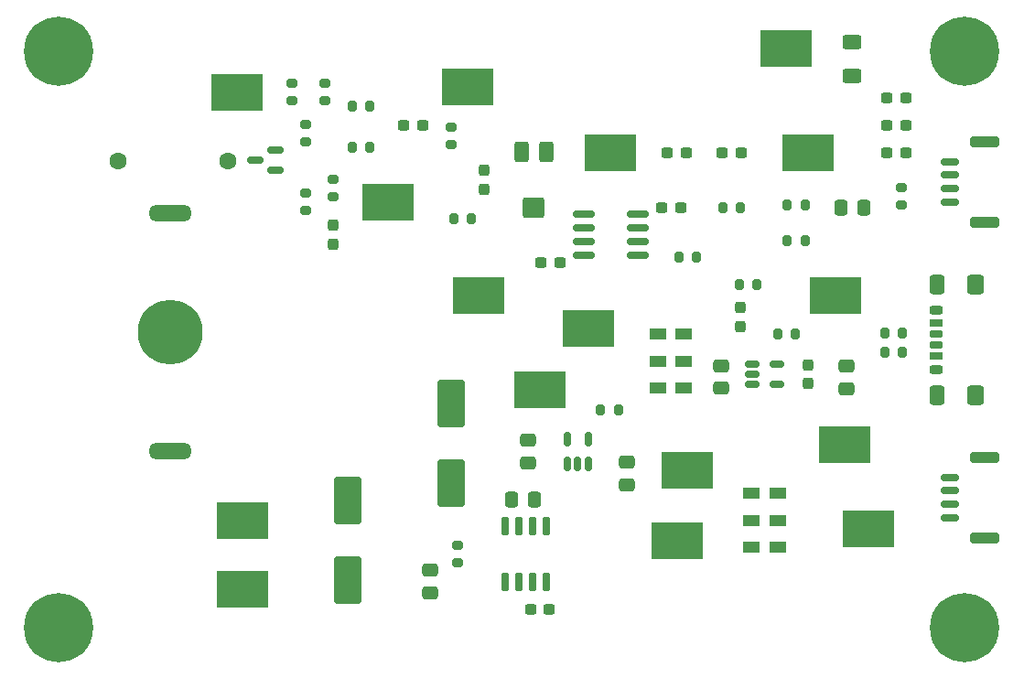
<source format=gts>
%TF.GenerationSoftware,KiCad,Pcbnew,9.0.7*%
%TF.CreationDate,2026-02-16T22:08:23-05:00*%
%TF.ProjectId,Microphone_V3,4d696372-6f70-4686-9f6e-655f56332e6b,rev?*%
%TF.SameCoordinates,Original*%
%TF.FileFunction,Soldermask,Top*%
%TF.FilePolarity,Negative*%
%FSLAX46Y46*%
G04 Gerber Fmt 4.6, Leading zero omitted, Abs format (unit mm)*
G04 Created by KiCad (PCBNEW 9.0.7) date 2026-02-16 22:08:23*
%MOMM*%
%LPD*%
G01*
G04 APERTURE LIST*
G04 Aperture macros list*
%AMRoundRect*
0 Rectangle with rounded corners*
0 $1 Rounding radius*
0 $2 $3 $4 $5 $6 $7 $8 $9 X,Y pos of 4 corners*
0 Add a 4 corners polygon primitive as box body*
4,1,4,$2,$3,$4,$5,$6,$7,$8,$9,$2,$3,0*
0 Add four circle primitives for the rounded corners*
1,1,$1+$1,$2,$3*
1,1,$1+$1,$4,$5*
1,1,$1+$1,$6,$7*
1,1,$1+$1,$8,$9*
0 Add four rect primitives between the rounded corners*
20,1,$1+$1,$2,$3,$4,$5,0*
20,1,$1+$1,$4,$5,$6,$7,0*
20,1,$1+$1,$6,$7,$8,$9,0*
20,1,$1+$1,$8,$9,$2,$3,0*%
G04 Aperture macros list end*
%ADD10C,6.000000*%
%ADD11O,4.000000X1.524000*%
%ADD12RoundRect,0.200000X0.200000X0.275000X-0.200000X0.275000X-0.200000X-0.275000X0.200000X-0.275000X0*%
%ADD13R,4.699000X3.429000*%
%ADD14RoundRect,0.200000X-0.200000X-0.275000X0.200000X-0.275000X0.200000X0.275000X-0.200000X0.275000X0*%
%ADD15RoundRect,0.237500X0.300000X0.237500X-0.300000X0.237500X-0.300000X-0.237500X0.300000X-0.237500X0*%
%ADD16RoundRect,0.237500X0.237500X-0.300000X0.237500X0.300000X-0.237500X0.300000X-0.237500X-0.300000X0*%
%ADD17RoundRect,0.200000X-0.275000X0.200000X-0.275000X-0.200000X0.275000X-0.200000X0.275000X0.200000X0*%
%ADD18RoundRect,0.237500X-0.237500X0.300000X-0.237500X-0.300000X0.237500X-0.300000X0.237500X0.300000X0*%
%ADD19RoundRect,0.250000X-0.337500X-0.475000X0.337500X-0.475000X0.337500X0.475000X-0.337500X0.475000X0*%
%ADD20RoundRect,0.250000X0.475000X-0.337500X0.475000X0.337500X-0.475000X0.337500X-0.475000X-0.337500X0*%
%ADD21RoundRect,0.200000X0.275000X-0.200000X0.275000X0.200000X-0.275000X0.200000X-0.275000X-0.200000X0*%
%ADD22RoundRect,0.250000X-0.400000X-0.700000X0.400000X-0.700000X0.400000X0.700000X-0.400000X0.700000X0*%
%ADD23RoundRect,0.250000X-0.750000X-0.700000X0.750000X-0.700000X0.750000X0.700000X-0.750000X0.700000X0*%
%ADD24RoundRect,0.150000X0.587500X0.150000X-0.587500X0.150000X-0.587500X-0.150000X0.587500X-0.150000X0*%
%ADD25RoundRect,0.237500X-0.300000X-0.237500X0.300000X-0.237500X0.300000X0.237500X-0.300000X0.237500X0*%
%ADD26RoundRect,0.150000X-0.512500X-0.150000X0.512500X-0.150000X0.512500X0.150000X-0.512500X0.150000X0*%
%ADD27R,1.600000X1.000000*%
%ADD28RoundRect,0.237500X0.237500X-0.287500X0.237500X0.287500X-0.237500X0.287500X-0.237500X-0.287500X0*%
%ADD29C,0.800000*%
%ADD30C,6.400000*%
%ADD31RoundRect,0.250000X1.000000X-1.950000X1.000000X1.950000X-1.000000X1.950000X-1.000000X-1.950000X0*%
%ADD32RoundRect,0.175000X0.425000X-0.175000X0.425000X0.175000X-0.425000X0.175000X-0.425000X-0.175000X0*%
%ADD33RoundRect,0.190000X-0.410000X0.190000X-0.410000X-0.190000X0.410000X-0.190000X0.410000X0.190000X0*%
%ADD34RoundRect,0.200000X-0.400000X0.200000X-0.400000X-0.200000X0.400000X-0.200000X0.400000X0.200000X0*%
%ADD35RoundRect,0.175000X-0.425000X0.175000X-0.425000X-0.175000X0.425000X-0.175000X0.425000X0.175000X0*%
%ADD36RoundRect,0.190000X0.410000X-0.190000X0.410000X0.190000X-0.410000X0.190000X-0.410000X-0.190000X0*%
%ADD37RoundRect,0.200000X0.400000X-0.200000X0.400000X0.200000X-0.400000X0.200000X-0.400000X-0.200000X0*%
%ADD38RoundRect,0.250000X0.425000X-0.650000X0.425000X0.650000X-0.425000X0.650000X-0.425000X-0.650000X0*%
%ADD39RoundRect,0.250000X0.500000X-0.650000X0.500000X0.650000X-0.500000X0.650000X-0.500000X-0.650000X0*%
%ADD40RoundRect,0.150000X0.700000X-0.150000X0.700000X0.150000X-0.700000X0.150000X-0.700000X-0.150000X0*%
%ADD41RoundRect,0.250000X1.100000X-0.250000X1.100000X0.250000X-1.100000X0.250000X-1.100000X-0.250000X0*%
%ADD42RoundRect,0.150000X-0.825000X-0.150000X0.825000X-0.150000X0.825000X0.150000X-0.825000X0.150000X0*%
%ADD43RoundRect,0.150000X0.150000X-0.725000X0.150000X0.725000X-0.150000X0.725000X-0.150000X-0.725000X0*%
%ADD44RoundRect,0.150000X0.150000X-0.512500X0.150000X0.512500X-0.150000X0.512500X-0.150000X-0.512500X0*%
%ADD45RoundRect,0.250000X0.625000X-0.400000X0.625000X0.400000X-0.625000X0.400000X-0.625000X-0.400000X0*%
%ADD46C,1.600000*%
G04 APERTURE END LIST*
D10*
%TO.C,MK1*%
X133458000Y-90778000D03*
D11*
X133458000Y-101778000D03*
X133458000Y-79778000D03*
%TD*%
D12*
%TO.C,R1*%
X201251000Y-90896000D03*
X199601000Y-90896000D03*
%TD*%
D13*
%TO.C,TP14*%
X190500000Y-64516000D03*
%TD*%
D14*
%TO.C,R12*%
X150305000Y-73660000D03*
X151955000Y-73660000D03*
%TD*%
D15*
%TO.C,C19*%
X201522500Y-74168000D03*
X199797500Y-74168000D03*
%TD*%
D13*
%TO.C,TP16*%
X195072000Y-87376000D03*
%TD*%
%TO.C,TP7*%
X174244000Y-74168000D03*
%TD*%
D16*
%TO.C,C8*%
X162560000Y-77570500D03*
X162560000Y-75845500D03*
%TD*%
D17*
%TO.C,R6*%
X146050000Y-71565000D03*
X146050000Y-73215000D03*
%TD*%
D18*
%TO.C,C3*%
X148590000Y-80925500D03*
X148590000Y-82650500D03*
%TD*%
D19*
%TO.C,C9*%
X165078500Y-106299000D03*
X167153500Y-106299000D03*
%TD*%
D20*
%TO.C,C15*%
X157512000Y-114929500D03*
X157512000Y-112854500D03*
%TD*%
D14*
%TO.C,R19*%
X184595000Y-79248000D03*
X186245000Y-79248000D03*
%TD*%
D21*
%TO.C,R8*%
X147828000Y-69405000D03*
X147828000Y-67755000D03*
%TD*%
D12*
%TO.C,R10*%
X187789000Y-86360000D03*
X186139000Y-86360000D03*
%TD*%
D22*
%TO.C,RV1*%
X168282000Y-74158000D03*
D23*
X167132000Y-79258000D03*
D22*
X165982000Y-74158000D03*
%TD*%
D20*
%TO.C,C14*%
X166624000Y-102891500D03*
X166624000Y-100816500D03*
%TD*%
D13*
%TO.C,TP4*%
X140208000Y-108204000D03*
%TD*%
%TO.C,TP2*%
X153670000Y-78740000D03*
%TD*%
D12*
%TO.C,R2*%
X201251000Y-92674000D03*
X199601000Y-92674000D03*
%TD*%
D20*
%TO.C,C4*%
X184424000Y-96003500D03*
X184424000Y-93928500D03*
%TD*%
D24*
%TO.C,Q1*%
X143237500Y-75850000D03*
X143237500Y-73950000D03*
X141362500Y-74900000D03*
%TD*%
D25*
%TO.C,C6*%
X178969500Y-79248000D03*
X180694500Y-79248000D03*
%TD*%
D26*
%TO.C,U1*%
X187330500Y-93762000D03*
X187330500Y-94712000D03*
X187330500Y-95662000D03*
X189605500Y-95662000D03*
X189605500Y-93762000D03*
%TD*%
D27*
%TO.C,SW1*%
X181000000Y-90972000D03*
X181000000Y-93472000D03*
X181000000Y-95972000D03*
X178600000Y-90972000D03*
X178600000Y-93472000D03*
X178600000Y-95972000D03*
%TD*%
D21*
%TO.C,R22*%
X201168000Y-79057000D03*
X201168000Y-77407000D03*
%TD*%
D13*
%TO.C,TP8*%
X167672000Y-96112000D03*
%TD*%
D17*
%TO.C,R7*%
X146050000Y-77915000D03*
X146050000Y-79565000D03*
%TD*%
D25*
%TO.C,C11*%
X179477500Y-74168000D03*
X181202500Y-74168000D03*
%TD*%
D13*
%TO.C,TP15*%
X195900000Y-101216000D03*
%TD*%
%TO.C,TP9*%
X140208000Y-114554000D03*
%TD*%
D28*
%TO.C,D1*%
X186202000Y-90283000D03*
X186202000Y-88533000D03*
%TD*%
D21*
%TO.C,R5*%
X144780000Y-69405000D03*
X144780000Y-67755000D03*
%TD*%
D13*
%TO.C,TP5*%
X180372000Y-110082000D03*
%TD*%
D29*
%TO.C,H4*%
X120790000Y-64770000D03*
X121492944Y-63072944D03*
X121492944Y-66467056D03*
X123190000Y-62370000D03*
D30*
X123190000Y-64770000D03*
D29*
X123190000Y-67170000D03*
X124887056Y-63072944D03*
X124887056Y-66467056D03*
X125590000Y-64770000D03*
%TD*%
%TO.C,H1*%
X120790000Y-118110000D03*
X121492944Y-116412944D03*
X121492944Y-119807056D03*
X123190000Y-115710000D03*
D30*
X123190000Y-118110000D03*
D29*
X123190000Y-120510000D03*
X124887056Y-116412944D03*
X124887056Y-119807056D03*
X125590000Y-118110000D03*
%TD*%
D15*
%TO.C,C20*%
X201522500Y-71658000D03*
X199797500Y-71658000D03*
%TD*%
D14*
%TO.C,R20*%
X190564000Y-78994000D03*
X192214000Y-78994000D03*
%TD*%
D13*
%TO.C,TP13*%
X192532000Y-74168000D03*
%TD*%
D14*
%TO.C,R11*%
X150305000Y-69850000D03*
X151955000Y-69850000D03*
%TD*%
D13*
%TO.C,TP3*%
X161036000Y-68072000D03*
%TD*%
D12*
%TO.C,R18*%
X182181000Y-83820000D03*
X180531000Y-83820000D03*
%TD*%
D31*
%TO.C,C17*%
X149892000Y-113782000D03*
X149892000Y-106382000D03*
%TD*%
D25*
%TO.C,C7*%
X167793500Y-84328000D03*
X169518500Y-84328000D03*
%TD*%
%TO.C,C12*%
X184557500Y-74168000D03*
X186282500Y-74168000D03*
%TD*%
D17*
%TO.C,R16*%
X160052000Y-110527000D03*
X160052000Y-112177000D03*
%TD*%
D31*
%TO.C,C16*%
X159512000Y-104792000D03*
X159512000Y-97392000D03*
%TD*%
D14*
%TO.C,R14*%
X159703000Y-80264000D03*
X161353000Y-80264000D03*
%TD*%
D19*
%TO.C,C18*%
X195558500Y-79248000D03*
X197633500Y-79248000D03*
%TD*%
D17*
%TO.C,R13*%
X159512000Y-71819000D03*
X159512000Y-73469000D03*
%TD*%
D32*
%TO.C,J1*%
X204349500Y-91995000D03*
D33*
X204349500Y-89975000D03*
D34*
X204349500Y-88745000D03*
D35*
X204349500Y-90995000D03*
D36*
X204349500Y-93015000D03*
D37*
X204349500Y-94245000D03*
D38*
X204404500Y-96620000D03*
D39*
X207984500Y-96620000D03*
D38*
X204404500Y-86370000D03*
D39*
X207984500Y-86370000D03*
%TD*%
D13*
%TO.C,TP12*%
X198068000Y-109004000D03*
%TD*%
D25*
%TO.C,C5*%
X155093500Y-71628000D03*
X156818500Y-71628000D03*
%TD*%
D40*
%TO.C,J3*%
X205650000Y-78765000D03*
X205650000Y-77515000D03*
X205650000Y-76265000D03*
X205650000Y-75015000D03*
D41*
X208850000Y-80615000D03*
X208850000Y-73165000D03*
%TD*%
D42*
%TO.C,U2*%
X171769000Y-79883000D03*
X171769000Y-81153000D03*
X171769000Y-82423000D03*
X171769000Y-83693000D03*
X176719000Y-83693000D03*
X176719000Y-82423000D03*
X176719000Y-81153000D03*
X176719000Y-79883000D03*
%TD*%
D17*
%TO.C,R9*%
X148590000Y-76645000D03*
X148590000Y-78295000D03*
%TD*%
D43*
%TO.C,U3*%
X164497000Y-113927000D03*
X165767000Y-113927000D03*
X167037000Y-113927000D03*
X168307000Y-113927000D03*
X168307000Y-108777000D03*
X167037000Y-108777000D03*
X165767000Y-108777000D03*
X164497000Y-108777000D03*
%TD*%
D44*
%TO.C,U4*%
X170246000Y-102991500D03*
X171196000Y-102991500D03*
X172146000Y-102991500D03*
X172146000Y-100716500D03*
X170246000Y-100716500D03*
%TD*%
D12*
%TO.C,R17*%
X174937000Y-97992000D03*
X173287000Y-97992000D03*
%TD*%
D13*
%TO.C,TP1*%
X139700000Y-68580000D03*
%TD*%
%TO.C,TP6*%
X181312000Y-103592000D03*
%TD*%
%TO.C,TP11*%
X162052000Y-87376000D03*
%TD*%
D29*
%TO.C,H2*%
X204610000Y-118110000D03*
X205312944Y-116412944D03*
X205312944Y-119807056D03*
X207010000Y-115710000D03*
D30*
X207010000Y-118110000D03*
D29*
X207010000Y-120510000D03*
X208707056Y-116412944D03*
X208707056Y-119807056D03*
X209410000Y-118110000D03*
%TD*%
D15*
%TO.C,C13*%
X168534500Y-116432000D03*
X166809500Y-116432000D03*
%TD*%
D40*
%TO.C,J2*%
X205650000Y-107975000D03*
X205650000Y-106725000D03*
X205650000Y-105475000D03*
X205650000Y-104225000D03*
D41*
X208850000Y-109825000D03*
X208850000Y-102375000D03*
%TD*%
D13*
%TO.C,TP10*%
X172212000Y-90424000D03*
%TD*%
D45*
%TO.C,R23*%
X196596000Y-67082000D03*
X196596000Y-63982000D03*
%TD*%
D46*
%TO.C,R3*%
X138792000Y-74952000D03*
X128632000Y-74952000D03*
%TD*%
D14*
%TO.C,R4*%
X189675000Y-90932000D03*
X191325000Y-90932000D03*
%TD*%
D29*
%TO.C,H3*%
X204610000Y-64770000D03*
X205312944Y-63072944D03*
X205312944Y-66467056D03*
X207010000Y-62370000D03*
D30*
X207010000Y-64770000D03*
D29*
X207010000Y-67170000D03*
X208707056Y-63072944D03*
X208707056Y-66467056D03*
X209410000Y-64770000D03*
%TD*%
D27*
%TO.C,SW2*%
X187268000Y-110704000D03*
X187268000Y-108204000D03*
X187268000Y-105704000D03*
X189668000Y-110704000D03*
X189668000Y-108204000D03*
X189668000Y-105704000D03*
%TD*%
D20*
%TO.C,C10*%
X175768000Y-104923500D03*
X175768000Y-102848500D03*
%TD*%
D15*
%TO.C,C21*%
X201522500Y-69148000D03*
X199797500Y-69148000D03*
%TD*%
D20*
%TO.C,C1*%
X196088000Y-96033500D03*
X196088000Y-93958500D03*
%TD*%
D14*
%TO.C,R21*%
X190564000Y-82296000D03*
X192214000Y-82296000D03*
%TD*%
D16*
%TO.C,C2*%
X192532000Y-95574500D03*
X192532000Y-93849500D03*
%TD*%
M02*

</source>
